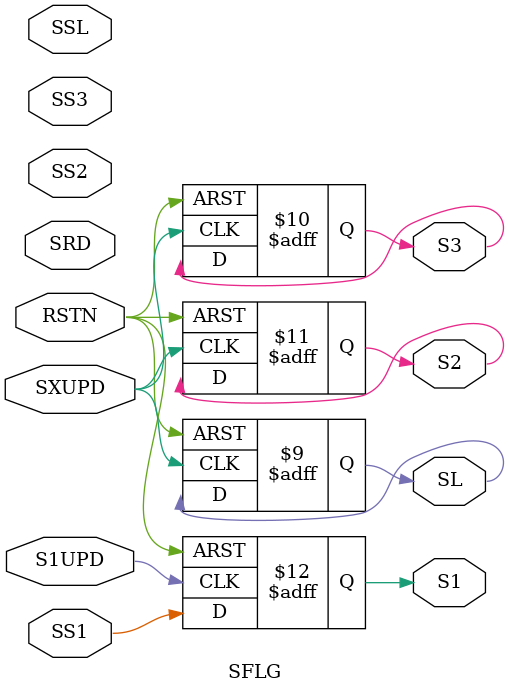
<source format=v>
`timescale 1ns/1ns
`define UDLY #2

module SFLG(
                //inputs
                RSTN,
                SRD,
                SS1,
                SS2,
                SS3,
                SSL,
                S1UPD,
                SXUPD,
                
                //outputs
                S1,
                S2,
                S3,
                SL
            );
            
    //inputs
    input             RSTN;
    input             SRD;
    input             SS1;
    input             SS2;
    input             SS3;
    input             SSL;
    input             S1UPD;
    input             SXUPD;
    
    //outputs
    output            S1;
    output            S2;
    output            S3;
    output            SL;
    
    
    //regs
    reg               S1;   
    reg               S2;   
    reg               S3;   
    reg               SL;    
    
    always @(posedge S1UPD or negedge RSTN)
    begin
        if(!RSTN)
            S1<=`UDLY 1'b0;
        else
            S1<=`UDLY SS1;       
    end
    
    
    always @(posedge SXUPD or negedge RSTN)
    begin
        if(!RSTN)
            S2<=`UDLY 1'b0;
        else
            S2<=`UDLY S2;        
    end
    
    
    always @(posedge SXUPD or negedge RSTN)
    begin
        if(!RSTN)
            S3<=`UDLY 1'b0;
        else
            S3<=`UDLY S3;        
    end
    
    always @(posedge SXUPD or negedge RSTN)
    begin
        if(!RSTN)
            SL<=`UDLY 1'b0;
        else
            SL<=`UDLY SL;        
    end
    
endmodule

</source>
